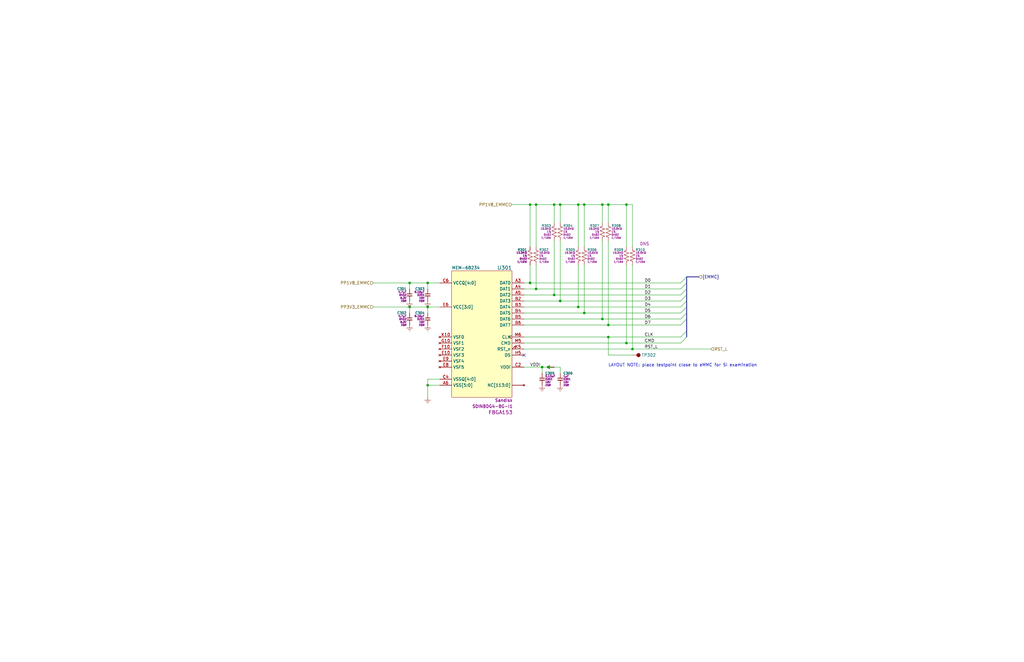
<source format=kicad_sch>
(kicad_sch (version 20231120) (generator "eeschema") (generator_version "8.0")
  (paper "B")
  (title_block (title "${PROJ}") (rev "${REV}") (company "${RPN}") (comment 1 "eMMC"))
  (lib_symbols
    (symbol "Capacitors, ceramic, Murata:CCM-610AA" (pin_numbers hide) (pin_names (offset 0) hide)
      (property "Reference" "C" (at 1.27 2.54 0))
      (property "val" "0.10µF" (at 1.27 1.27 0))
      (property "pkg" "0201" (at 1.27 0 0))
      (property "volt" "10V" (at 1.27 -1.27 0))
      (property "type" "X5R" (at 1.27 -2.54 0))
      (symbol "CCM-610AA_1_1"
        (polyline (pts (xy -1.016 -0.423) (xy 1.016 -0.423)) (stroke (width 0.3302)))
        (polyline (pts (xy -1.016 0.423) (xy 1.016 0.423)) (stroke (width 0.3048)))
        (pin passive line (at 0 2.54 270) (length 2.032) (name "~") (number "1"))
        (pin passive line (at 0 -2.54 90) (length 2.032) (name "~") (number "2"))
      )
    )
    (symbol "Capacitors, ceramic, Murata:CCM-710AD" (pin_numbers hide) (pin_names (offset 0) hide)
      (property "Reference" "C" (at 1.27 2.54 0))
      (property "val" "1µF" (at 1.27 1.27 0))
      (property "pkg" "0201" (at 1.27 0 0))
      (property "volt" "10V" (at 1.27 -1.27 0))
      (property "type" "X5R" (at 1.27 -2.54 0))
      (symbol "CCM-710AD_1_1"
        (polyline (pts (xy -1.016 -0.423) (xy 1.016 -0.423)) (stroke (width 0.3302)))
        (polyline (pts (xy -1.016 0.423) (xy 1.016 0.423)) (stroke (width 0.3048)))
        (pin passive line (at 0 2.54 270) (length 2.032) (name "~") (number "1"))
        (pin passive line (at 0 -2.54 90) (length 2.032) (name "~") (number "2"))
      )
    )
    (symbol "Capacitors, ceramic, Murata:CCM-747BC" (pin_numbers hide) (pin_names (offset 0) hide)
      (property "Reference" "C" (at 1.27 2.54 0))
      (property "val" "4.7µF" (at 1.27 1.27 0))
      (property "pkg" "0402" (at 1.27 0 0))
      (property "volt" "6.3V" (at 1.27 -1.27 0))
      (property "type" "X5R" (at 1.27 -2.54 0))
      (symbol "CCM-747BC_1_1"
        (polyline (pts (xy -1.016 -0.423) (xy 1.016 -0.423)) (stroke (width 0.3302)))
        (polyline (pts (xy -1.016 0.423) (xy 1.016 0.423)) (stroke (width 0.3048)))
        (pin passive line (at 0 2.54 270) (length 2.032) (name "~") (number "1"))
        (pin passive line (at 0 -2.54 90) (length 2.032) (name "~") (number "2"))
      )
    )
    (symbol "Mechanical:TST-01025" (pin_numbers hide) (pin_names (offset 1.016) hide) (in_bom no)
      (property "Reference" "TP" (at 3.81 0 0))
      (symbol "TST-01025_0_1"
        (circle (center 2.54 0) (radius 0.762) (fill (type outline)))
      )
      (symbol "TST-01025_1_1"
        (pin passive line (at 0 0 0) (length 2.54) (name "~") (number "1"))
      )
    )
    (symbol "Memory:MEM-68234"
      (property "Reference" "U" (at -12.7 27.94 0))
      (property "Value" "MEM-68234" (at 12.7 27.94 0))
      (property "mfr" "Sandisk" (at -13.0048 -27.9654 0))
      (property "mpn" "SDINBDG4-8G-I1" (at -13.0048 -30.5054 0))
      (property "pkg" "FBGA153" (at -13.0048 -33.0454 0))
      (symbol "MEM-68234_1_1"
        (rectangle (start -12.7 26.67) (end 12.7 -26.67) (fill (type background)))
        (pin no_connect line (at -17.78 -21.59 0) (length 5.08) (name "NC[113:0]") (number "A1"))
        (pin no_connect line (at -17.6784 -21.5646 0) (length 5.08) hide (name "NC[113:0]") (number "A10"))
        (pin no_connect line (at -17.653 -21.5646 0) (length 5.08) hide (name "NC[113:0]") (number "A11"))
        (pin no_connect line (at -17.6276 -21.5646 0) (length 5.08) hide (name "NC[113:0]") (number "A12"))
        (pin no_connect line (at -17.6022 -21.5646 0) (length 5.08) hide (name "NC[113:0]") (number "A13"))
        (pin no_connect line (at -17.5768 -21.5646 0) (length 5.08) hide (name "NC[113:0]") (number "A14"))
        (pin no_connect line (at -17.78 -21.5646 0) (length 5.08) hide (name "NC[113:0]") (number "A2"))
        (pin bidirectional line (at -17.78 21.59 0) (length 5.08) (name "DAT0") (number "A3"))
        (pin bidirectional line (at -17.78 19.05 0) (length 5.08) (name "DAT1") (number "A4"))
        (pin bidirectional line (at -17.78 16.51 0) (length 5.08) (name "DAT2") (number "A5"))
        (pin power_in line (at 17.78 -21.59 180) (length 5.08) (name "VSS[5:0]") (number "A6"))
        (pin no_connect line (at -17.7546 -21.5646 0) (length 5.08) hide (name "NC[113:0]") (number "A7"))
        (pin no_connect line (at -17.7292 -21.5646 0) (length 5.08) hide (name "NC[113:0]") (number "A8"))
        (pin no_connect line (at -17.7038 -21.5646 0) (length 5.08) hide (name "NC[113:0]") (number "A9"))
        (pin no_connect line (at -17.5514 -21.5646 0) (length 5.08) hide (name "NC[113:0]") (number "B1"))
        (pin no_connect line (at -17.4498 -21.5646 0) (length 5.08) hide (name "NC[113:0]") (number "B10"))
        (pin no_connect line (at -17.4244 -21.5646 0) (length 5.08) hide (name "NC[113:0]") (number "B11"))
        (pin no_connect line (at -17.399 -21.5646 0) (length 5.08) hide (name "NC[113:0]") (number "B12"))
        (pin no_connect line (at -17.3736 -21.5646 0) (length 5.08) hide (name "NC[113:0]") (number "B13"))
        (pin no_connect line (at -17.3482 -21.5646 0) (length 5.08) hide (name "NC[113:0]") (number "B14"))
        (pin bidirectional line (at -17.78 13.97 0) (length 5.08) (name "DAT3") (number "B2"))
        (pin bidirectional line (at -17.78 11.43 0) (length 5.08) (name "DAT4") (number "B3"))
        (pin bidirectional line (at -17.78 8.89 0) (length 5.08) (name "DAT5") (number "B4"))
        (pin bidirectional line (at -17.78 6.35 0) (length 5.08) (name "DAT6") (number "B5"))
        (pin bidirectional line (at -17.78 3.81 0) (length 5.08) (name "DAT7") (number "B6"))
        (pin no_connect line (at -17.526 -21.5646 0) (length 5.08) hide (name "NC[113:0]") (number "B7"))
        (pin no_connect line (at -17.5006 -21.5646 0) (length 5.08) hide (name "NC[113:0]") (number "B8"))
        (pin no_connect line (at -17.4752 -21.5646 0) (length 5.08) hide (name "NC[113:0]") (number "B9"))
        (pin no_connect line (at -17.3228 -21.5646 0) (length 5.08) hide (name "NC[113:0]") (number "C1"))
        (pin no_connect line (at -17.1704 -21.5646 0) (length 5.08) hide (name "NC[113:0]") (number "C10"))
        (pin no_connect line (at -17.145 -21.5646 0) (length 5.08) hide (name "NC[113:0]") (number "C11"))
        (pin no_connect line (at -17.1196 -21.5646 0) (length 5.08) hide (name "NC[113:0]") (number "C12"))
        (pin no_connect line (at -17.0942 -21.5646 0) (length 5.08) hide (name "NC[113:0]") (number "C13"))
        (pin no_connect line (at -17.0688 -21.5646 0) (length 5.08) hide (name "NC[113:0]") (number "C14"))
        (pin power_in line (at -17.78 -13.97 0) (length 5.08) (name "VDDi") (number "C2"))
        (pin no_connect line (at -17.2974 -21.5646 0) (length 5.08) hide (name "NC[113:0]") (number "C3"))
        (pin power_in line (at 17.78 -19.05 180) (length 5.08) (name "VSSQ[4:0]") (number "C4"))
        (pin no_connect line (at -17.272 -21.5646 0) (length 5.08) hide (name "NC[113:0]") (number "C5"))
        (pin power_in line (at 17.78 21.59 180) (length 5.08) (name "VCCQ[4:0]") (number "C6"))
        (pin no_connect line (at -17.2466 -21.5646 0) (length 5.08) hide (name "NC[113:0]") (number "C7"))
        (pin no_connect line (at -17.2212 -21.5646 0) (length 5.08) hide (name "NC[113:0]") (number "C8"))
        (pin no_connect line (at -17.1958 -21.5646 0) (length 5.08) hide (name "NC[113:0]") (number "C9"))
        (pin no_connect line (at -17.0434 -21.5646 0) (length 5.08) hide (name "NC[113:0]") (number "D1"))
        (pin no_connect line (at -16.9418 -21.5646 0) (length 5.08) hide (name "NC[113:0]") (number "D12"))
        (pin no_connect line (at -16.9164 -21.5646 0) (length 5.08) hide (name "NC[113:0]") (number "D13"))
        (pin no_connect line (at -16.891 -21.5646 0) (length 5.08) hide (name "NC[113:0]") (number "D14"))
        (pin no_connect line (at -17.018 -21.5646 0) (length 5.08) hide (name "NC[113:0]") (number "D2"))
        (pin no_connect line (at -16.9926 -21.5646 0) (length 5.08) hide (name "NC[113:0]") (number "D3"))
        (pin no_connect line (at -16.9672 -21.5646 0) (length 5.08) hide (name "NC[113:0]") (number "D4"))
        (pin no_connect line (at -16.8656 -21.5646 0) (length 5.08) hide (name "NC[113:0]") (number "E1"))
        (pin no_connect line (at 17.78 -8.89 180) (length 5.08) (name "VSF3") (number "E10"))
        (pin no_connect line (at -16.764 -21.5646 0) (length 5.08) hide (name "NC[113:0]") (number "E12"))
        (pin no_connect line (at -16.7386 -21.5646 0) (length 5.08) hide (name "NC[113:0]") (number "E13"))
        (pin no_connect line (at -16.7132 -21.5646 0) (length 5.08) hide (name "NC[113:0]") (number "E14"))
        (pin no_connect line (at -16.8402 -21.5646 0) (length 5.08) hide (name "NC[113:0]") (number "E2"))
        (pin no_connect line (at -16.8148 -21.5646 0) (length 5.08) hide (name "NC[113:0]") (number "E3"))
        (pin no_connect line (at -16.7894 -21.5646 0) (length 5.08) hide (name "NC[113:0]") (number "E5"))
        (pin power_in line (at 17.78 11.43 180) (length 5.08) (name "VCC[3:0]") (number "E6"))
        (pin passive line (at 17.78 -21.59 180) (length 5.08) hide (name "VSS[5:0]") (number "E7"))
        (pin no_connect line (at 17.78 -13.97 180) (length 5.08) (name "VSF5") (number "E8"))
        (pin no_connect line (at 17.78 -11.43 180) (length 5.08) (name "VSF4") (number "E9"))
        (pin no_connect line (at -16.6878 -21.5646 0) (length 5.08) hide (name "NC[113:0]") (number "F1"))
        (pin no_connect line (at 17.78 -6.35 180) (length 5.08) (name "VSF2") (number "F10"))
        (pin no_connect line (at -16.6116 -21.5646 0) (length 5.08) hide (name "NC[113:0]") (number "F12"))
        (pin no_connect line (at -16.5862 -21.5646 0) (length 5.08) hide (name "NC[113:0]") (number "F13"))
        (pin no_connect line (at -16.5608 -21.5646 0) (length 5.08) hide (name "NC[113:0]") (number "F14"))
        (pin no_connect line (at -16.6624 -21.5646 0) (length 5.08) hide (name "NC[113:0]") (number "F2"))
        (pin no_connect line (at -16.637 -21.5646 0) (length 5.08) hide (name "NC[113:0]") (number "F3"))
        (pin passive line (at 17.78 11.43 180) (length 5.08) hide (name "VCC[3:0]") (number "F5"))
        (pin no_connect line (at -16.5354 -21.5646 0) (length 5.08) hide (name "NC[113:0]") (number "G1"))
        (pin no_connect line (at 17.78 -3.81 180) (length 5.08) (name "VSF1") (number "G10"))
        (pin no_connect line (at -16.4592 -21.5646 0) (length 5.08) hide (name "NC[113:0]") (number "G12"))
        (pin no_connect line (at -16.4338 -21.5646 0) (length 5.08) hide (name "NC[113:0]") (number "G13"))
        (pin no_connect line (at -16.4084 -21.5646 0) (length 5.08) hide (name "NC[113:0]") (number "G14"))
        (pin no_connect line (at -16.51 -21.5646 0) (length 5.08) hide (name "NC[113:0]") (number "G2"))
        (pin no_connect line (at -16.4846 -21.5646 0) (length 5.08) hide (name "NC[113:0]") (number "G3"))
        (pin passive line (at 17.78 -21.59 180) (length 5.08) hide (name "VSS[5:0]") (number "G5"))
        (pin no_connect line (at -16.383 -21.5646 0) (length 5.08) hide (name "NC[113:0]") (number "H1"))
        (pin passive line (at 17.78 -21.59 180) (length 5.08) hide (name "VSS[5:0]") (number "H10"))
        (pin no_connect line (at -16.3068 -21.5646 0) (length 5.08) hide (name "NC[113:0]") (number "H12"))
        (pin no_connect line (at -16.2814 -21.5646 0) (length 5.08) hide (name "NC[113:0]") (number "H13"))
        (pin no_connect line (at -16.256 -21.5646 0) (length 5.08) hide (name "NC[113:0]") (number "H14"))
        (pin no_connect line (at -16.3576 -21.5646 0) (length 5.08) hide (name "NC[113:0]") (number "H2"))
        (pin no_connect line (at -16.3322 -21.5646 0) (length 5.08) hide (name "NC[113:0]") (number "H3"))
        (pin output line (at -17.78 -8.89 0) (length 5.08) (name "DS") (number "H5"))
        (pin no_connect line (at -16.2306 -21.5646 0) (length 5.08) hide (name "NC[113:0]") (number "J1"))
        (pin passive line (at 17.78 11.43 180) (length 5.08) hide (name "VCC[3:0]") (number "J10"))
        (pin no_connect line (at -16.1544 -21.5646 0) (length 5.08) hide (name "NC[113:0]") (number "J12"))
        (pin no_connect line (at -16.129 -21.5646 0) (length 5.08) hide (name "NC[113:0]") (number "J13"))
        (pin no_connect line (at -16.1036 -21.5646 0) (length 5.08) hide (name "NC[113:0]") (number "J14"))
        (pin no_connect line (at -16.2052 -21.5646 0) (length 5.08) hide (name "NC[113:0]") (number "J2"))
        (pin no_connect line (at -16.1798 -21.5646 0) (length 5.08) hide (name "NC[113:0]") (number "J3"))
        (pin passive line (at 17.78 -21.59 180) (length 5.08) hide (name "VSS[5:0]") (number "J5"))
        (pin no_connect line (at -16.0782 -21.5646 0) (length 5.08) hide (name "NC[113:0]") (number "K1"))
        (pin no_connect line (at 17.78 -1.27 180) (length 5.08) (name "VSF0") (number "K10"))
        (pin no_connect line (at -15.9512 -21.5646 0) (length 5.08) hide (name "NC[113:0]") (number "K12"))
        (pin no_connect line (at -15.9258 -21.5646 0) (length 5.08) hide (name "NC[113:0]") (number "K13"))
        (pin no_connect line (at -15.9004 -21.5646 0) (length 5.08) hide (name "NC[113:0]") (number "K14"))
        (pin no_connect line (at -16.0528 -21.5646 0) (length 5.08) hide (name "NC[113:0]") (number "K2"))
        (pin no_connect line (at -16.0274 -21.5646 0) (length 5.08) hide (name "NC[113:0]") (number "K3"))
        (pin input input_low (at -17.78 -6.35 0) (length 5.08) (name "RST_n") (number "K5"))
        (pin no_connect line (at -16.002 -21.5646 0) (length 5.08) hide (name "NC[113:0]") (number "K6"))
        (pin no_connect line (at -15.9766 -21.5646 0) (length 5.08) hide (name "NC[113:0]") (number "K7"))
        (pin passive line (at 17.78 -21.59 180) (length 5.08) hide (name "VSS[5:0]") (number "K8"))
        (pin passive line (at 17.78 11.43 180) (length 5.08) hide (name "VCC[3:0]") (number "K9"))
        (pin no_connect line (at -15.875 -21.5646 0) (length 5.08) hide (name "NC[113:0]") (number "L1"))
        (pin no_connect line (at -15.7988 -21.5646 0) (length 5.08) hide (name "NC[113:0]") (number "L12"))
        (pin no_connect line (at -15.7734 -21.5646 0) (length 5.08) hide (name "NC[113:0]") (number "L13"))
        (pin no_connect line (at -15.748 -21.5646 0) (length 5.08) hide (name "NC[113:0]") (number "L14"))
        (pin no_connect line (at -15.8496 -21.5646 0) (length 5.08) hide (name "NC[113:0]") (number "L2"))
        (pin no_connect line (at -15.8242 -21.5646 0) (length 5.08) hide (name "NC[113:0]") (number "L3"))
        (pin no_connect line (at -15.7226 -21.5646 0) (length 5.08) hide (name "NC[113:0]") (number "M1"))
        (pin no_connect line (at -15.5702 -21.5646 0) (length 5.08) hide (name "NC[113:0]") (number "M10"))
        (pin no_connect line (at -15.5448 -21.5646 0) (length 5.08) hide (name "NC[113:0]") (number "M11"))
        (pin no_connect line (at -15.5194 -21.5646 0) (length 5.08) hide (name "NC[113:0]") (number "M12"))
        (pin no_connect line (at -15.494 -21.5646 0) (length 5.08) hide (name "NC[113:0]") (number "M13"))
        (pin no_connect line (at -15.4686 -21.5646 0) (length 5.08) hide (name "NC[113:0]") (number "M14"))
        (pin no_connect line (at -15.6972 -21.5646 0) (length 5.08) hide (name "NC[113:0]") (number "M2"))
        (pin no_connect line (at -15.6718 -21.5646 0) (length 5.08) hide (name "NC[113:0]") (number "M3"))
        (pin passive line (at 17.78 21.59 180) (length 5.08) hide (name "VCCQ[4:0]") (number "M4"))
        (pin bidirectional line (at -17.78 -3.81 0) (length 5.08) (name "CMD") (number "M5"))
        (pin input clock (at -17.78 -1.27 0) (length 5.08) (name "CLK") (number "M6"))
        (pin no_connect line (at -15.6464 -21.5646 0) (length 5.08) hide (name "NC[113:0]") (number "M7"))
        (pin no_connect line (at -15.621 -21.5646 0) (length 5.08) hide (name "NC[113:0]") (number "M8"))
        (pin no_connect line (at -15.5956 -21.5646 0) (length 5.08) hide (name "NC[113:0]") (number "M9"))
        (pin no_connect line (at -15.4432 -21.5646 0) (length 5.08) hide (name "NC[113:0]") (number "N1"))
        (pin no_connect line (at -15.2908 -21.5646 0) (length 5.08) hide (name "NC[113:0]") (number "N10"))
        (pin no_connect line (at -15.2654 -21.5646 0) (length 5.08) hide (name "NC[113:0]") (number "N11"))
        (pin no_connect line (at -15.24 -21.5646 0) (length 5.08) hide (name "NC[113:0]") (number "N12"))
        (pin no_connect line (at -15.2146 -21.5646 0) (length 5.08) hide (name "NC[113:0]") (number "N13"))
        (pin no_connect line (at -15.1892 -21.5646 0) (length 5.08) hide (name "NC[113:0]") (number "N14"))
        (pin passive line (at 17.78 -19.05 180) (length 5.08) hide (name "VSSQ[4:0]") (number "N2"))
        (pin no_connect line (at -15.4178 -21.5646 0) (length 5.08) hide (name "NC[113:0]") (number "N3"))
        (pin passive line (at 17.78 21.59 180) (length 5.08) hide (name "VCCQ[4:0]") (number "N4"))
        (pin passive line (at 17.78 -19.05 180) (length 5.08) hide (name "VSSQ[4:0]") (number "N5"))
        (pin no_connect line (at -15.3924 -21.5646 0) (length 5.08) hide (name "NC[113:0]") (number "N6"))
        (pin no_connect line (at -15.367 -21.5646 0) (length 5.08) hide (name "NC[113:0]") (number "N7"))
        (pin no_connect line (at -15.3416 -21.5646 0) (length 5.08) hide (name "NC[113:0]") (number "N8"))
        (pin no_connect line (at -15.3162 -21.5646 0) (length 5.08) hide (name "NC[113:0]") (number "N9"))
        (pin no_connect line (at -15.1638 -21.5646 0) (length 5.08) hide (name "NC[113:0]") (number "P1"))
        (pin no_connect line (at -15.0368 -21.5646 0) (length 5.08) hide (name "NC[113:0]") (number "P10"))
        (pin no_connect line (at -15.0114 -21.5646 0) (length 5.08) hide (name "NC[113:0]") (number "P11"))
        (pin no_connect line (at -14.986 -21.5646 0) (length 5.08) hide (name "NC[113:0]") (number "P12"))
        (pin no_connect line (at -14.9606 -21.5646 0) (length 5.08) hide (name "NC[113:0]") (number "P13"))
        (pin no_connect line (at -14.9352 -21.5646 0) (length 5.08) hide (name "NC[113:0]") (number "P14"))
        (pin no_connect line (at -15.1384 -21.5646 0) (length 5.08) hide (name "NC[113:0]") (number "P2"))
        (pin passive line (at 17.78 21.59 180) (length 5.08) hide (name "VCCQ[4:0]") (number "P3"))
        (pin passive line (at 17.78 -19.05 180) (length 5.08) hide (name "VSSQ[4:0]") (number "P4"))
        (pin passive line (at 17.78 21.59 180) (length 5.08) hide (name "VCCQ[4:0]") (number "P5"))
        (pin passive line (at 17.78 -19.05 180) (length 5.08) hide (name "VSSQ[4:0]") (number "P6"))
        (pin no_connect line (at -15.113 -21.5646 0) (length 5.08) hide (name "NC[113:0]") (number "P7"))
        (pin no_connect line (at -15.0876 -21.5646 0) (length 5.08) hide (name "NC[113:0]") (number "P8"))
        (pin no_connect line (at -15.0622 -21.5646 0) (length 5.08) hide (name "NC[113:0]") (number "P9"))
      )
    )
    (symbol "Power:GND" (power) (pin_names (offset 0)) (in_bom no) (on_board no)
      (symbol "GND_0_1"
        (polyline (pts (xy -0.635 -1.905) (xy 0.635 -1.905)))
        (polyline (pts (xy -0.127 -2.54) (xy 0.127 -2.54)))
        (polyline (pts (xy 0 -1.27) (xy 0 0)))
        (polyline (pts (xy 1.27 -1.27) (xy -1.27 -1.27)))
      )
      (symbol "GND_1_1"
        (pin power_in line (at 0 0 270) (length 0) hide (name "GND") (number "1"))
      )
    )
    (symbol "Power:PWR_FLAG" (power) (pin_numbers hide) (pin_names (offset 0) hide) (in_bom no) (on_board no)
      (symbol "PWR_FLAG_0_0"
        (pin power_out line (at 0 0 180) (length 0) (name "pwr") (number "1"))
      )
      (symbol "PWR_FLAG_0_1"
        (polyline (pts (xy 0 0) (xy -2.54 0)) (stroke (width 0.3048)))
        (polyline (pts (xy -0.635 0.635) (xy 0 0) (xy -0.635 -0.635)) (stroke (width 0.3048)))
      )
      (symbol "PWR_FLAG_0_2"
        (polyline (pts (xy -0.635 0.635) (xy 0 0) (xy -0.635 -0.635)) (stroke (width 0.3048)))
      )
    )
    (symbol "Resistors:RES-5100B" (pin_numbers hide) (pin_names (offset 0) hide)
      (property "Reference" "R" (at 1.27 2.54 0))
      (property "val" "10.0KΩ" (at 1.27 1.27 0))
      (property "tol" "1%" (at 1.27 0 0))
      (property "pkg" "0402" (at 1.27 -1.27 0))
      (property "pwr" "1/16W" (at 1.27 -2.54 0))
      (symbol "RES-5100B_1_1"
        (polyline (pts (xy 0 -2.286) (xy 0 -2.54)))
        (polyline (pts (xy 0 2.286) (xy 0 2.54)))
        (polyline (pts (xy 0 -0.762) (xy 1.016 -1.143) (xy 0 -1.524) (xy -1.016 -1.905) (xy 0 -2.286)))
        (polyline (pts (xy 0 0.762) (xy 1.016 0.381) (xy 0 0) (xy -1.016 -0.381) (xy 0 -0.762)))
        (polyline (pts (xy 0 2.286) (xy 1.016 1.905) (xy 0 1.524) (xy -1.016 1.143) (xy 0 0.762)))
        (pin passive line (at 0 3.81 270) (length 1.27) (name "~") (number "1"))
        (pin passive line (at 0 -3.81 90) (length 1.27) (name "~") (number "2"))
      )
    )
  )
  (junction (at 243.84 129.54))
  (junction (at 231.14 154.94))
  (junction (at 223.52 86.36))
  (junction (at 254 86.36))
  (junction (at 180.34 162.56))
  (junction (at 226.06 86.36))
  (junction (at 223.52 119.38))
  (junction (at 226.06 121.92))
  (junction (at 172.72 129.54))
  (junction (at 256.54 137.16))
  (junction (at 236.22 86.36))
  (junction (at 243.84 86.36))
  (junction (at 264.16 86.36))
  (junction (at 236.22 127))
  (junction (at 264.16 144.78))
  (junction (at 256.54 86.36))
  (junction (at 246.38 132.08))
  (junction (at 180.34 129.54))
  (junction (at 246.38 86.36))
  (junction (at 172.72 119.38))
  (junction (at 233.68 86.36))
  (junction (at 266.7 147.32))
  (junction (at 228.6 154.94))
  (junction (at 256.54 142.24))
  (junction (at 254 134.62))
  (junction (at 233.68 124.46))
  (junction (at 180.34 119.38))
  (no_connect (at 220.98 149.86))
  (bus_entry (at 287.02 132.08) (size 2.54 -2.54))
  (bus_entry (at 287.02 121.92) (size 2.54 -2.54))
  (bus_entry (at 287.02 119.38) (size 2.54 -2.54))
  (bus_entry (at 287.02 144.78) (size 2.54 -2.54))
  (bus_entry (at 287.02 129.54) (size 2.54 -2.54))
  (bus_entry (at 287.02 134.62) (size 2.54 -2.54))
  (bus_entry (at 287.02 124.46) (size 2.54 -2.54))
  (bus_entry (at 287.02 142.24) (size 2.54 -2.54))
  (bus_entry (at 287.02 127) (size 2.54 -2.54))
  (bus_entry (at 287.02 137.16) (size 2.54 -2.54))
  (bus (pts (xy 289.56 132.08) (xy 289.56 134.62)))
  (wire (pts (xy 254 86.36) (xy 256.54 86.36)))
  (wire (pts (xy 243.84 129.54) (xy 287.02 129.54)))
  (wire (pts (xy 256.54 86.36) (xy 256.54 93.98)))
  (wire (pts (xy 256.54 142.24) (xy 256.54 149.86)))
  (wire (pts (xy 220.98 147.32) (xy 266.7 147.32)))
  (wire (pts (xy 220.98 137.16) (xy 256.54 137.16)))
  (wire (pts (xy 215.9 86.36) (xy 223.52 86.36)))
  (wire (pts (xy 243.84 111.76) (xy 243.84 129.54)))
  (wire (pts (xy 220.98 132.08) (xy 246.38 132.08)))
  (wire (pts (xy 236.22 154.94) (xy 236.22 157.48)))
  (wire (pts (xy 233.68 86.36) (xy 236.22 86.36)))
  (wire (pts (xy 157.48 129.54) (xy 172.72 129.54)))
  (bus (pts (xy 289.56 134.62) (xy 289.56 139.7)))
  (wire (pts (xy 254 86.36) (xy 254 93.98)))
  (wire (pts (xy 220.98 124.46) (xy 233.68 124.46)))
  (wire (pts (xy 180.34 160.02) (xy 185.42 160.02)))
  (wire (pts (xy 236.22 127) (xy 287.02 127)))
  (bus (pts (xy 289.56 121.92) (xy 289.56 124.46)))
  (bus (pts (xy 289.56 127) (xy 289.56 129.54)))
  (wire (pts (xy 180.34 129.54) (xy 180.34 132.08)))
  (wire (pts (xy 223.52 86.36) (xy 223.52 104.14)))
  (wire (pts (xy 223.52 111.76) (xy 223.52 119.38)))
  (wire (pts (xy 233.68 101.6) (xy 233.68 124.46)))
  (wire (pts (xy 220.98 154.94) (xy 228.6 154.94)))
  (wire (pts (xy 226.06 86.36) (xy 233.68 86.36)))
  (wire (pts (xy 220.98 121.92) (xy 226.06 121.92)))
  (wire (pts (xy 180.34 162.56) (xy 180.34 167.64)))
  (wire (pts (xy 220.98 142.24) (xy 256.54 142.24)))
  (wire (pts (xy 246.38 86.36) (xy 246.38 104.14)))
  (bus (pts (xy 289.56 119.38) (xy 289.56 121.92)))
  (wire (pts (xy 266.7 86.36) (xy 266.7 104.14)))
  (wire (pts (xy 172.72 129.54) (xy 172.72 132.08)))
  (wire (pts (xy 233.68 86.36) (xy 233.68 93.98)))
  (wire (pts (xy 266.7 111.76) (xy 266.7 147.32)))
  (wire (pts (xy 236.22 86.36) (xy 236.22 93.98)))
  (wire (pts (xy 180.34 162.56) (xy 185.42 162.56)))
  (wire (pts (xy 243.84 86.36) (xy 243.84 104.14)))
  (wire (pts (xy 236.22 101.6) (xy 236.22 127)))
  (wire (pts (xy 256.54 86.36) (xy 264.16 86.36)))
  (wire (pts (xy 231.14 154.94) (xy 236.22 154.94)))
  (wire (pts (xy 228.6 154.94) (xy 228.6 157.48)))
  (wire (pts (xy 226.06 121.92) (xy 287.02 121.92)))
  (wire (pts (xy 228.6 154.94) (xy 231.14 154.94)))
  (wire (pts (xy 256.54 149.86) (xy 266.7 149.86)))
  (wire (pts (xy 220.98 127) (xy 236.22 127)))
  (bus (pts (xy 289.56 139.7) (xy 289.56 142.24)))
  (wire (pts (xy 243.84 86.36) (xy 246.38 86.36)))
  (wire (pts (xy 172.72 119.38) (xy 172.72 121.92)))
  (wire (pts (xy 264.16 86.36) (xy 266.7 86.36)))
  (wire (pts (xy 220.98 134.62) (xy 254 134.62)))
  (wire (pts (xy 180.34 129.54) (xy 185.42 129.54)))
  (wire (pts (xy 233.68 124.46) (xy 287.02 124.46)))
  (wire (pts (xy 264.16 144.78) (xy 287.02 144.78)))
  (wire (pts (xy 220.98 129.54) (xy 243.84 129.54)))
  (wire (pts (xy 226.06 86.36) (xy 226.06 104.14)))
  (wire (pts (xy 223.52 119.38) (xy 287.02 119.38)))
  (wire (pts (xy 180.34 119.38) (xy 180.34 121.92)))
  (wire (pts (xy 264.16 86.36) (xy 264.16 104.14)))
  (wire (pts (xy 266.7 147.32) (xy 299.72 147.32)))
  (bus (pts (xy 289.56 116.84) (xy 294.64 116.84)))
  (wire (pts (xy 256.54 101.6) (xy 256.54 137.16)))
  (wire (pts (xy 264.16 111.76) (xy 264.16 144.78)))
  (wire (pts (xy 236.22 86.36) (xy 243.84 86.36)))
  (bus (pts (xy 289.56 124.46) (xy 289.56 127)))
  (wire (pts (xy 220.98 119.38) (xy 223.52 119.38)))
  (wire (pts (xy 246.38 132.08) (xy 287.02 132.08)))
  (wire (pts (xy 157.48 119.38) (xy 172.72 119.38)))
  (wire (pts (xy 254 134.62) (xy 287.02 134.62)))
  (wire (pts (xy 256.54 142.24) (xy 287.02 142.24)))
  (wire (pts (xy 220.98 144.78) (xy 264.16 144.78)))
  (wire (pts (xy 254 101.6) (xy 254 134.62)))
  (bus (pts (xy 289.56 129.54) (xy 289.56 132.08)))
  (wire (pts (xy 226.06 111.76) (xy 226.06 121.92)))
  (wire (pts (xy 256.54 137.16) (xy 287.02 137.16)))
  (wire (pts (xy 180.34 160.02) (xy 180.34 162.56)))
  (wire (pts (xy 180.34 119.38) (xy 185.42 119.38)))
  (wire (pts (xy 246.38 86.36) (xy 254 86.36)))
  (wire (pts (xy 246.38 111.76) (xy 246.38 132.08)))
  (wire (pts (xy 223.52 86.36) (xy 226.06 86.36)))
  (bus (pts (xy 289.56 116.84) (xy 289.56 119.38)))
  (wire (pts (xy 172.72 129.54) (xy 180.34 129.54)))
  (wire (pts (xy 172.72 119.38) (xy 180.34 119.38)))
  (text "LAYOUT NOTE: place testpoint close to eMMC for SI examination" (at 256.54 154.94 0) (effects (font (size 1.27 1.27)) (justify left bottom)))
  (label "CMD" (at 271.78 144.78 0))
  (label "CLK" (at 271.78 142.24 0))
  (label "D7" (at 271.78 137.16 0))
  (label "D1" (at 271.78 121.92 0))
  (label "D5" (at 271.78 132.08 0))
  (label "VDDI" (at 223.52 154.94 0))
  (label "D6" (at 271.78 134.62 0))
  (label "D2" (at 271.78 124.46 0))
  (label "D0" (at 271.78 119.38 0))
  (label "D3" (at 271.78 127 0))
  (label "RST_L" (at 271.78 147.32 0))
  (label "D4" (at 271.78 129.54 0))
  (hierarchical_label "PP1V8_EMMC" (shape input) (at 215.9 86.36 180))
  (hierarchical_label "{EMMC}" (shape input) (at 294.64 116.84 0))
  (hierarchical_label "PP1V8_EMMC" (shape input) (at 157.48 119.38 180))
  (hierarchical_label "RST_L" (shape input) (at 299.72 147.32 0))
  (hierarchical_label "PP3V3_EMMC" (shape input) (at 157.48 129.54 180))
  (symbol (lib_id "Resistors:RES-5100B") (at 266.7 107.95 0) (unit 1)
    (property "Reference" "R310" (at 267.97 105.41 0) (effects (font (size 1 1)) (justify left)))
    (property "Value" "RES-5100B" (effects (hide yes)))
    (property "Description" "RES, 10.0KΩ, 1%, 0402, 1/16W, <100V, 0.40mm" (effects (hide yes)))
    (property "val" "10.0KΩ" (at 267.97 106.68 0) (effects (font (size 0.8 0.8)) (justify left)))
    (property "tol" "1%" (at 267.97 107.95 0) (effects (font (size 0.8 0.8)) (justify left)))
    (property "Sim.Device" "R" (effects (hide yes)))
    (property "pkg" "0402" (at 267.97 109.22 0) (effects (font (size 0.8 0.8)) (justify left)))
    (property "Sim.Pins" "1=+ 2=-" (effects (hide yes)))
    (property "pwr" "1/16W" (at 267.97 110.49 0) (effects (font (size 0.8 0.8)) (justify left)))
    (property "Sim.Params" "r=\"${val}\"" (effects (hide yes)))
    (property "height" "0.40mm" (effects (hide yes)))
    (property "BOM" "DNS" (at 271.78 102.87 0))
  )
  (symbol (lib_id "Power:GND") (at 172.72 137.16 0) (unit 1) (in_bom no) (on_board no)
    (property "Reference" "#PWR0302" (effects (hide yes)))
    (property "Value" "GND" (effects (hide yes)))
    (property "Description" "Power symbol creates a global label with name \"GND\"" (effects (hide yes)))
  )
  (symbol (lib_id "Capacitors, ceramic, Murata:CCM-747BC") (at 172.72 124.46 0) (mirror y) (unit 1)
    (property "Reference" "C301" (at 171.45 121.92 0) (effects (font (size 1 1)) (justify left)))
    (property "Value" "CCM-747BC" (effects (hide yes)))
    (property "Description" "CAP, ceramic, 4.7µF, 0402, 6.3V, ±20%, X5R, 0.60 mm" (effects (hide yes)))
    (property "val" "4.7µF" (at 171.45 123.19 0) (effects (font (size 0.8 0.8)) (justify left)))
    (property "pkg" "0402" (at 171.45 124.46 0) (effects (font (size 0.8 0.8)) (justify left)))
    (property "mfr" "Murata" (effects (hide yes)))
    (property "Sim.Pins" "1=+ 2=-" (effects (hide yes)))
    (property "volt" "6.3V" (at 171.45 125.73 0) (effects (font (size 0.8 0.8)) (justify left)))
    (property "Sim.Device" "C" (effects (hide yes)))
    (property "type" "X5R" (at 171.45 127 0) (effects (font (size 0.8 0.8)) (justify left)))
    (property "Sim.Params" "c=${val}" (effects (hide yes)))
    (property "tol" "±20%" (effects (hide yes)))
    (property "height" "0.60mm" (effects (hide yes)))
    (property "mpn" "GRM155R60J475ME47" (effects (hide yes)))
  )
  (symbol (lib_id "Resistors:RES-5100B") (at 243.84 107.95 0) (mirror y) (unit 1)
    (property "Reference" "R305" (at 242.57 105.41 0) (effects (font (size 1 1)) (justify left)))
    (property "Value" "RES-5100B" (effects (hide yes)))
    (property "Description" "RES, 10.0KΩ, 1%, 0402, 1/16W, <100V, 0.40mm" (effects (hide yes)))
    (property "val" "10.0KΩ" (at 242.57 106.68 0) (effects (font (size 0.8 0.8)) (justify left)))
    (property "tol" "1%" (at 242.57 107.95 0) (effects (font (size 0.8 0.8)) (justify left)))
    (property "Sim.Device" "R" (effects (hide yes)))
    (property "pkg" "0402" (at 242.57 109.22 0) (effects (font (size 0.8 0.8)) (justify left)))
    (property "Sim.Pins" "1=+ 2=-" (effects (hide yes)))
    (property "pwr" "1/16W" (at 242.57 110.49 0) (effects (font (size 0.8 0.8)) (justify left)))
    (property "Sim.Params" "r=\"${val}\"" (effects (hide yes)))
    (property "height" "0.40mm" (effects (hide yes)))
  )
  (symbol (lib_id "Resistors:RES-5100B") (at 264.16 107.95 0) (mirror y) (unit 1)
    (property "Reference" "R309" (at 262.89 105.41 0) (effects (font (size 1 1)) (justify left)))
    (property "Value" "RES-5100B" (effects (hide yes)))
    (property "Description" "RES, 10.0KΩ, 1%, 0402, 1/16W, <100V, 0.40mm" (effects (hide yes)))
    (property "val" "10.0KΩ" (at 262.89 106.68 0) (effects (font (size 0.8 0.8)) (justify left)))
    (property "tol" "1%" (at 262.89 107.95 0) (effects (font (size 0.8 0.8)) (justify left)))
    (property "Sim.Device" "R" (effects (hide yes)))
    (property "pkg" "0402" (at 262.89 109.22 0) (effects (font (size 0.8 0.8)) (justify left)))
    (property "Sim.Pins" "1=+ 2=-" (effects (hide yes)))
    (property "pwr" "1/16W" (at 262.89 110.49 0) (effects (font (size 0.8 0.8)) (justify left)))
    (property "Sim.Params" "r=\"${val}\"" (effects (hide yes)))
    (property "height" "0.40mm" (effects (hide yes)))
  )
  (symbol (lib_id "Power:GND") (at 180.34 167.64 0) (unit 1) (in_bom no) (on_board no)
    (property "Reference" "#PWR0305" (effects (hide yes)))
    (property "Value" "GND" (effects (hide yes)))
    (property "Description" "Power symbol creates a global label with name \"GND\"" (effects (hide yes)))
  )
  (symbol (lib_id "Power:GND") (at 180.34 137.16 0) (unit 1) (in_bom no) (on_board no)
    (property "Reference" "#PWR0304" (effects (hide yes)))
    (property "Value" "GND" (effects (hide yes)))
    (property "Description" "Power symbol creates a global label with name \"GND\"" (effects (hide yes)))
  )
  (symbol (lib_id "Resistors:RES-5100B") (at 226.06 107.95 0) (unit 1)
    (property "Reference" "R302" (at 227.33 105.41 0) (effects (font (size 1 1)) (justify left)))
    (property "Value" "RES-5100B" (effects (hide yes)))
    (property "Description" "RES, 10.0KΩ, 1%, 0402, 1/16W, <100V, 0.40mm" (effects (hide yes)))
    (property "val" "10.0KΩ" (at 227.33 106.68 0) (effects (font (size 0.8 0.8)) (justify left)))
    (property "tol" "1%" (at 227.33 107.95 0) (effects (font (size 0.8 0.8)) (justify left)))
    (property "Sim.Device" "R" (effects (hide yes)))
    (property "pkg" "0402" (at 227.33 109.22 0) (effects (font (size 0.8 0.8)) (justify left)))
    (property "Sim.Pins" "1=+ 2=-" (effects (hide yes)))
    (property "pwr" "1/16W" (at 227.33 110.49 0) (effects (font (size 0.8 0.8)) (justify left)))
    (property "Sim.Params" "r=\"${val}\"" (effects (hide yes)))
    (property "height" "0.40mm" (effects (hide yes)))
  )
  (symbol (lib_id "Capacitors, ceramic, Murata:CCM-747BC") (at 172.72 134.62 0) (mirror y) (unit 1)
    (property "Reference" "C302" (at 171.45 132.08 0) (effects (font (size 1 1)) (justify left)))
    (property "Value" "CCM-747BC" (effects (hide yes)))
    (property "Description" "CAP, ceramic, 4.7µF, 0402, 6.3V, ±20%, X5R, 0.60 mm" (effects (hide yes)))
    (property "val" "4.7µF" (at 171.45 133.35 0) (effects (font (size 0.8 0.8)) (justify left)))
    (property "pkg" "0402" (at 171.45 134.62 0) (effects (font (size 0.8 0.8)) (justify left)))
    (property "mfr" "Murata" (effects (hide yes)))
    (property "volt" "6.3V" (at 171.45 135.89 0) (effects (font (size 0.8 0.8)) (justify left)))
    (property "Sim.Pins" "1=+ 2=-" (effects (hide yes)))
    (property "Sim.Device" "C" (effects (hide yes)))
    (property "type" "X5R" (at 171.45 137.16 0) (effects (font (size 0.8 0.8)) (justify left)))
    (property "Sim.Params" "c=${val}" (effects (hide yes)))
    (property "tol" "±20%" (effects (hide yes)))
    (property "height" "0.60mm" (effects (hide yes)))
    (property "mpn" "GRM155R60J475ME47" (effects (hide yes)))
  )
  (symbol (lib_id "Power:GND") (at 180.34 127 0) (unit 1) (in_bom no) (on_board no)
    (property "Reference" "#PWR0303" (effects (hide yes)))
    (property "Value" "GND" (effects (hide yes)))
    (property "Description" "Power symbol creates a global label with name \"GND\"" (effects (hide yes)))
  )
  (symbol (lib_id "Capacitors, ceramic, Murata:CCM-610AA") (at 228.6 160.02 0) (unit 1)
    (property "Reference" "C305" (at 229.87 157.48 0) (effects (font (size 1 1)) (justify left)))
    (property "Value" "CCM-610AA" (effects (hide yes)))
    (property "Description" "CAP, ceramic, 0.10µF, 0201, 10V, ±20%, X5R, 0.33 mm" (effects (hide yes)))
    (property "val" "0.10µF" (at 229.87 158.75 0) (effects (font (size 0.8 0.8)) (justify left)))
    (property "pkg" "0201" (at 229.87 160.02 0) (effects (font (size 0.8 0.8)) (justify left)))
    (property "mfr" "Murata" (effects (hide yes)))
    (property "volt" "10V" (at 229.87 161.29 0) (effects (font (size 0.8 0.8)) (justify left)))
    (property "Sim.Pins" "1=+ 2=-" (effects (hide yes)))
    (property "Sim.Device" "C" (effects (hide yes)))
    (property "type" "X5R" (at 229.87 162.56 0) (effects (font (size 0.8 0.8)) (justify left)))
    (property "Sim.Params" "c=${val}" (effects (hide yes)))
    (property "tol" "±20%" (effects (hide yes)))
    (property "height" "0.33mm" (effects (hide yes)))
    (property "mpn" "GRM033R61A104ME15" (effects (hide yes)))
  )
  (symbol (lib_id "Capacitors, ceramic, Murata:CCM-610AA") (at 180.34 124.46 0) (mirror y) (unit 1)
    (property "Reference" "C303" (at 179.07 121.92 0) (effects (font (size 1 1)) (justify left)))
    (property "Value" "CCM-610AA" (effects (hide yes)))
    (property "Description" "CAP, ceramic, 0.10µF, 0201, 10V, ±20%, X5R, 0.33 mm" (effects (hide yes)))
    (property "val" "0.10µF" (at 179.07 123.19 0) (effects (font (size 0.8 0.8)) (justify left)))
    (property "pkg" "0201" (at 179.07 124.46 0) (effects (font (size 0.8 0.8)) (justify left)))
    (property "mfr" "Murata" (effects (hide yes)))
    (property "Sim.Pins" "1=+ 2=-" (effects (hide yes)))
    (property "volt" "10V" (at 179.07 125.73 0) (effects (font (size 0.8 0.8)) (justify left)))
    (property "Sim.Device" "C" (effects (hide yes)))
    (property "type" "X5R" (at 179.07 127 0) (effects (font (size 0.8 0.8)) (justify left)))
    (property "Sim.Params" "c=${val}" (effects (hide yes)))
    (property "tol" "±20%" (effects (hide yes)))
    (property "height" "0.33mm" (effects (hide yes)))
    (property "mpn" "GRM033R61A104ME15" (effects (hide yes)))
  )
  (symbol (lib_id "Power:GND") (at 228.6 162.56 0) (unit 1) (in_bom no) (on_board no)
    (property "Reference" "#PWR0306" (effects (hide yes)))
    (property "Value" "GND" (effects (hide yes)))
    (property "Description" "Power symbol creates a global label with name \"GND\"" (effects (hide yes)))
  )
  (symbol (lib_id "Resistors:RES-5100B") (at 246.38 107.95 0) (unit 1)
    (property "Reference" "R306" (at 247.65 105.41 0) (effects (font (size 1 1)) (justify left)))
    (property "Value" "RES-5100B" (effects (hide yes)))
    (property "Description" "RES, 10.0KΩ, 1%, 0402, 1/16W, <100V, 0.40mm" (effects (hide yes)))
    (property "val" "10.0KΩ" (at 247.65 106.68 0) (effects (font (size 0.8 0.8)) (justify left)))
    (property "tol" "1%" (at 247.65 107.95 0) (effects (font (size 0.8 0.8)) (justify left)))
    (property "Sim.Device" "R" (effects (hide yes)))
    (property "pkg" "0402" (at 247.65 109.22 0) (effects (font (size 0.8 0.8)) (justify left)))
    (property "Sim.Pins" "1=+ 2=-" (effects (hide yes)))
    (property "pwr" "1/16W" (at 247.65 110.49 0) (effects (font (size 0.8 0.8)) (justify left)))
    (property "Sim.Params" "r=\"${val}\"" (effects (hide yes)))
    (property "height" "0.40mm" (effects (hide yes)))
  )
  (symbol (lib_id "Capacitors, ceramic, Murata:CCM-710AD") (at 236.22 160.02 0) (unit 1)
    (property "Reference" "C306" (at 237.49 157.48 0) (effects (font (size 1 1)) (justify left)))
    (property "Value" "CCM-710AD" (effects (hide yes)))
    (property "Description" "CAP, ceramic, 1µF, 0201, 10V, ±20%, X5R, 0.39 mm" (effects (hide yes)))
    (property "val" "1µF" (at 237.49 158.75 0) (effects (font (size 0.8 0.8)) (justify left)))
    (property "pkg" "0201" (at 237.49 160.02 0) (effects (font (size 0.8 0.8)) (justify left)))
    (property "mfr" "Murata" (effects (hide yes)))
    (property "volt" "10V" (at 237.49 161.29 0) (effects (font (size 0.8 0.8)) (justify left)))
    (property "Sim.Pins" "1=+ 2=-" (effects (hide yes)))
    (property "Sim.Device" "C" (effects (hide yes)))
    (property "type" "X5R" (at 237.49 162.56 0) (effects (font (size 0.8 0.8)) (justify left)))
    (property "Sim.Params" "c=${val}" (effects (hide yes)))
    (property "tol" "±20%" (effects (hide yes)))
    (property "height" "0.39mm" (effects (hide yes)))
    (property "mpn" "GRM033R61A105ME15" (effects (hide yes)))
  )
  (symbol (lib_id "Resistors:RES-5100B") (at 233.68 97.79 0) (mirror y) (unit 1)
    (property "Reference" "R303" (at 232.41 95.25 0) (effects (font (size 1 1)) (justify left)))
    (property "Value" "RES-5100B" (effects (hide yes)))
    (property "Description" "RES, 10.0KΩ, 1%, 0402, 1/16W, <100V, 0.40mm" (effects (hide yes)))
    (property "val" "10.0KΩ" (at 232.41 96.52 0) (effects (font (size 0.8 0.8)) (justify left)))
    (property "tol" "1%" (at 232.41 97.79 0) (effects (font (size 0.8 0.8)) (justify left)))
    (property "Sim.Device" "R" (effects (hide yes)))
    (property "pkg" "0402" (at 232.41 99.06 0) (effects (font (size 0.8 0.8)) (justify left)))
    (property "Sim.Pins" "1=+ 2=-" (effects (hide yes)))
    (property "pwr" "1/16W" (at 232.41 100.33 0) (effects (font (size 0.8 0.8)) (justify left)))
    (property "Sim.Params" "r=\"${val}\"" (effects (hide yes)))
    (property "height" "0.40mm" (effects (hide yes)))
  )
  (symbol (lib_id "Resistors:RES-5100B") (at 223.52 107.95 0) (mirror y) (unit 1)
    (property "Reference" "R301" (at 222.25 105.41 0) (effects (font (size 1 1)) (justify left)))
    (property "Value" "RES-5100B" (effects (hide yes)))
    (property "Description" "RES, 10.0KΩ, 1%, 0402, 1/16W, <100V, 0.40mm" (effects (hide yes)))
    (property "val" "10.0KΩ" (at 222.25 106.68 0) (effects (font (size 0.8 0.8)) (justify left)))
    (property "tol" "1%" (at 222.25 107.95 0) (effects (font (size 0.8 0.8)) (justify left)))
    (property "Sim.Device" "R" (effects (hide yes)))
    (property "pkg" "0402" (at 222.25 109.22 0) (effects (font (size 0.8 0.8)) (justify left)))
    (property "Sim.Pins" "1=+ 2=-" (effects (hide yes)))
    (property "pwr" "1/16W" (at 222.25 110.49 0) (effects (font (size 0.8 0.8)) (justify left)))
    (property "Sim.Params" "r=\"${val}\"" (effects (hide yes)))
    (property "height" "0.40mm" (effects (hide yes)))
  )
  (symbol (lib_id "Capacitors, ceramic, Murata:CCM-610AA") (at 180.34 134.62 0) (mirror y) (unit 1)
    (property "Reference" "C304" (at 179.07 132.08 0) (effects (font (size 1 1)) (justify left)))
    (property "Value" "CCM-610AA" (effects (hide yes)))
    (property "Description" "CAP, ceramic, 0.10µF, 0201, 10V, ±20%, X5R, 0.33 mm" (effects (hide yes)))
    (property "val" "0.10µF" (at 179.07 133.35 0) (effects (font (size 0.8 0.8)) (justify left)))
    (property "pkg" "0201" (at 179.07 134.62 0) (effects (font (size 0.8 0.8)) (justify left)))
    (property "mfr" "Murata" (effects (hide yes)))
    (property "volt" "10V" (at 179.07 135.89 0) (effects (font (size 0.8 0.8)) (justify left)))
    (property "Sim.Pins" "1=+ 2=-" (effects (hide yes)))
    (property "Sim.Device" "C" (effects (hide yes)))
    (property "type" "X5R" (at 179.07 137.16 0) (effects (font (size 0.8 0.8)) (justify left)))
    (property "Sim.Params" "c=${val}" (effects (hide yes)))
    (property "tol" "±20%" (effects (hide yes)))
    (property "height" "0.33mm" (effects (hide yes)))
    (property "mpn" "GRM033R61A104ME15" (effects (hide yes)))
  )
  (symbol (lib_id "Resistors:RES-5100B") (at 236.22 97.79 0) (unit 1)
    (property "Reference" "R304" (at 237.49 95.25 0) (effects (font (size 1 1)) (justify left)))
    (property "Value" "RES-5100B" (effects (hide yes)))
    (property "Description" "RES, 10.0KΩ, 1%, 0402, 1/16W, <100V, 0.40mm" (effects (hide yes)))
    (property "val" "10.0KΩ" (at 237.49 96.52 0) (effects (font (size 0.8 0.8)) (justify left)))
    (property "tol" "1%" (at 237.49 97.79 0) (effects (font (size 0.8 0.8)) (justify left)))
    (property "Sim.Device" "R" (effects (hide yes)))
    (property "pkg" "0402" (at 237.49 99.06 0) (effects (font (size 0.8 0.8)) (justify left)))
    (property "Sim.Pins" "1=+ 2=-" (effects (hide yes)))
    (property "pwr" "1/16W" (at 237.49 100.33 0) (effects (font (size 0.8 0.8)) (justify left)))
    (property "Sim.Params" "r=\"${val}\"" (effects (hide yes)))
    (property "height" "0.40mm" (effects (hide yes)))
  )
  (symbol (lib_id "Power:PWR_FLAG") (at 231.14 154.94 0) (mirror y) (unit 1) (in_bom no) (on_board no)
    (property "Reference" "#FLG0301" (effects (hide yes)))
    (property "Value" "PWR_FLAG" (effects (hide yes)))
    (property "Description" "Special symbol for telling ERC where power comes from" (effects (hide yes)))
  )
  (symbol (lib_id "Memory:MEM-68234") (at 203.2 140.97 0) (mirror y) (unit 1)
    (property "Reference" "U301" (at 215.9 113.03 0) (effects (font (size 1.524 1.524)) (justify left)))
    (property "Value" "MEM-68234" (at 190.5 113.03 0) (effects (justify right)))
    (property "Description" "IC, eMMC 5.1, 8GB, HS400, BGA153" (effects (hide yes)))
    (property "mfr" "Sandisk" (at 216.2048 168.9354 0) (effects (justify left)))
    (property "mpn" "SDINBDG4-8G-I1" (at 216.2048 171.4754 0) (effects (justify left)))
    (property "pkg" "FBGA153" (at 216.2048 174.0154 0) (effects (font (size 1.524 1.524)) (justify left)))
    (property "height" "0.8mm" (effects (hide yes)))
  )
  (symbol (lib_id "Resistors:RES-5100B") (at 256.54 97.79 0) (unit 1)
    (property "Reference" "R308" (at 257.81 95.25 0) (effects (font (size 1 1)) (justify left)))
    (property "Value" "RES-5100B" (effects (hide yes)))
    (property "Description" "RES, 10.0KΩ, 1%, 0402, 1/16W, <100V, 0.40mm" (effects (hide yes)))
    (property "val" "10.0KΩ" (at 257.81 96.52 0) (effects (font (size 0.8 0.8)) (justify left)))
    (property "tol" "1%" (at 257.81 97.79 0) (effects (font (size 0.8 0.8)) (justify left)))
    (property "Sim.Device" "R" (effects (hide yes)))
    (property "pkg" "0402" (at 257.81 99.06 0) (effects (font (size 0.8 0.8)) (justify left)))
    (property "Sim.Pins" "1=+ 2=-" (effects (hide yes)))
    (property "pwr" "1/16W" (at 257.81 100.33 0) (effects (font (size 0.8 0.8)) (justify left)))
    (property "Sim.Params" "r=\"${val}\"" (effects (hide yes)))
    (property "height" "0.40mm" (effects (hide yes)))
  )
  (symbol (lib_id "Mechanical:TST-01025") (at 266.7 149.86 0) (unit 1) (in_bom no)
    (property "Reference" "TP302" (at 270.51 149.86 0) (effects (justify left)))
    (property "Value" "TST-01025" (effects (hide yes)))
    (property "Description" "Test point, 25mils" (effects (hide yes)))
  )
  (symbol (lib_id "Power:GND") (at 236.22 162.56 0) (unit 1) (in_bom no) (on_board no)
    (property "Reference" "#PWR0307" (effects (hide yes)))
    (property "Value" "GND" (effects (hide yes)))
    (property "Description" "Power symbol creates a global label with name \"GND\"" (effects (hide yes)))
  )
  (symbol (lib_id "Power:GND") (at 172.72 127 0) (unit 1) (in_bom no) (on_board no)
    (property "Reference" "#PWR0301" (effects (hide yes)))
    (property "Value" "GND" (effects (hide yes)))
    (property "Description" "Power symbol creates a global label with name \"GND\"" (effects (hide yes)))
  )
  (symbol (lib_id "Resistors:RES-5100B") (at 254 97.79 0) (mirror y) (unit 1)
    (property "Reference" "R307" (at 252.73 95.25 0) (effects (font (size 1 1)) (justify left)))
    (property "Value" "RES-5100B" (effects (hide yes)))
    (property "Description" "RES, 10.0KΩ, 1%, 0402, 1/16W, <100V, 0.40mm" (effects (hide yes)))
    (property "val" "10.0KΩ" (at 252.73 96.52 0) (effects (font (size 0.8 0.8)) (justify left)))
    (property "tol" "1%" (at 252.73 97.79 0) (effects (font (size 0.8 0.8)) (justify left)))
    (property "Sim.Device" "R" (effects (hide yes)))
    (property "pkg" "0402" (at 252.73 99.06 0) (effects (font (size 0.8 0.8)) (justify left)))
    (property "Sim.Pins" "1=+ 2=-" (effects (hide yes)))
    (property "pwr" "1/16W" (at 252.73 100.33 0) (effects (font (size 0.8 0.8)) (justify left)))
    (property "Sim.Params" "r=\"${val}\"" (effects (hide yes)))
    (property "height" "0.40mm" (effects (hide yes)))
  )
)
</source>
